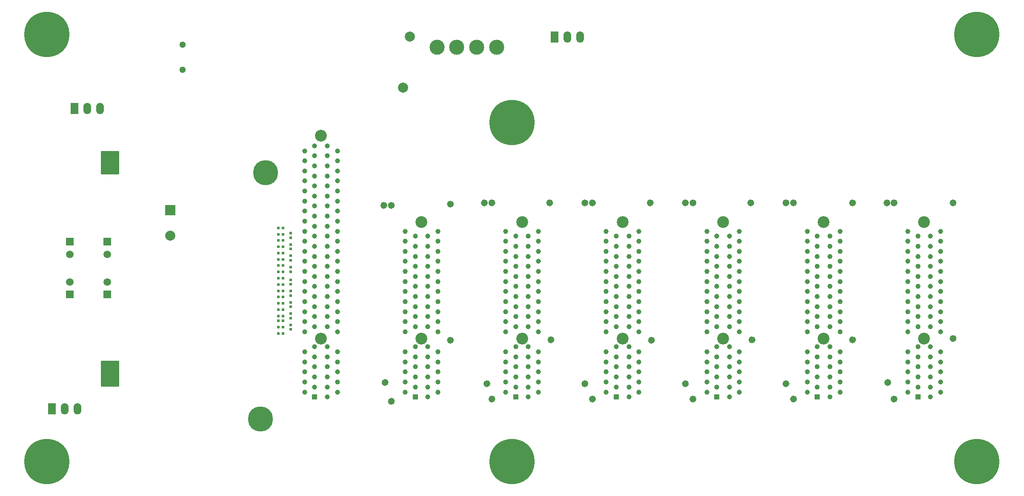
<source format=gbs>
G04 #@! TF.FileFunction,Soldermask,Bot*
%FSLAX46Y46*%
G04 Gerber Fmt 4.6, Leading zero omitted, Abs format (unit mm)*
G04 Created by KiCad (PCBNEW (2015-02-20 BZR 5435)-product) date Mon 23 Feb 2015 11:51:58 AM EST*
%MOMM*%
G01*
G04 APERTURE LIST*
%ADD10C,0.100000*%
%ADD11C,0.700000*%
%ADD12C,2.350000*%
%ADD13C,1.000000*%
%ADD14R,1.000000X1.000000*%
%ADD15C,3.000000*%
%ADD16C,2.000000*%
%ADD17C,9.000000*%
%ADD18R,0.600000X0.600000*%
%ADD19R,1.998980X1.998980*%
%ADD20C,1.998980*%
%ADD21R,1.524000X2.286000*%
%ADD22O,1.524000X2.286000*%
%ADD23R,1.500000X1.500000*%
%ADD24C,1.500000*%
%ADD25C,1.300000*%
%ADD26C,5.000000*%
%ADD27C,0.300000*%
G04 APERTURE END LIST*
D10*
D11*
X113103553Y-123350000D02*
G75*
G03X113103553Y-123350000I-353553J0D01*
G01*
X133103553Y-123250000D02*
G75*
G03X133103553Y-123250000I-353553J0D01*
G01*
X153103553Y-123350000D02*
G75*
G03X153103553Y-123350000I-353553J0D01*
G01*
X173103553Y-123250000D02*
G75*
G03X173103553Y-123250000I-353553J0D01*
G01*
X213103553Y-123000000D02*
G75*
G03X213103553Y-123000000I-353553J0D01*
G01*
X193103553Y-123250000D02*
G75*
G03X193103553Y-123250000I-353553J0D01*
G01*
X199953553Y-96000000D02*
G75*
G03X199953553Y-96000000I-353553J0D01*
G01*
X193103553Y-96000000D02*
G75*
G03X193103553Y-96000000I-353553J0D01*
G01*
X201353553Y-96000000D02*
G75*
G03X201353553Y-96000000I-353553J0D01*
G01*
X213103553Y-96000000D02*
G75*
G03X213103553Y-96000000I-353553J0D01*
G01*
X181353553Y-96000000D02*
G75*
G03X181353553Y-96000000I-353553J0D01*
G01*
X179853553Y-96000000D02*
G75*
G03X179853553Y-96000000I-353553J0D01*
G01*
X139853553Y-132000000D02*
G75*
G03X139853553Y-132000000I-353553J0D01*
G01*
X120353553Y-132000000D02*
G75*
G03X120353553Y-132000000I-353553J0D01*
G01*
X100103553Y-131750000D02*
G75*
G03X100103553Y-131750000I-353553J0D01*
G01*
X121353553Y-135050000D02*
G75*
G03X121353553Y-135050000I-353553J0D01*
G01*
X179853553Y-132000000D02*
G75*
G03X179853553Y-132000000I-353553J0D01*
G01*
X181353553Y-135050000D02*
G75*
G03X181353553Y-135050000I-353553J0D01*
G01*
X161353553Y-135050000D02*
G75*
G03X161353553Y-135050000I-353553J0D01*
G01*
X101353553Y-135500000D02*
G75*
G03X101353553Y-135500000I-353553J0D01*
G01*
X200103553Y-131750000D02*
G75*
G03X200103553Y-131750000I-353553J0D01*
G01*
X201353553Y-135050000D02*
G75*
G03X201353553Y-135050000I-353553J0D01*
G01*
X101353553Y-96500000D02*
G75*
G03X101353553Y-96500000I-353553J0D01*
G01*
X99853553Y-96500000D02*
G75*
G03X99853553Y-96500000I-353553J0D01*
G01*
X159853553Y-132000000D02*
G75*
G03X159853553Y-132000000I-353553J0D01*
G01*
X141353553Y-135050000D02*
G75*
G03X141353553Y-135050000I-353553J0D01*
G01*
X172853553Y-96000000D02*
G75*
G03X172853553Y-96000000I-353553J0D01*
G01*
X161353553Y-96000000D02*
G75*
G03X161353553Y-96000000I-353553J0D01*
G01*
X139853553Y-96000000D02*
G75*
G03X139853553Y-96000000I-353553J0D01*
G01*
X141353553Y-96000000D02*
G75*
G03X141353553Y-96000000I-353553J0D01*
G01*
X159853553Y-96000000D02*
G75*
G03X159853553Y-96000000I-353553J0D01*
G01*
X152853553Y-96000000D02*
G75*
G03X152853553Y-96000000I-353553J0D01*
G01*
X121353553Y-96000000D02*
G75*
G03X121353553Y-96000000I-353553J0D01*
G01*
X132853553Y-96000000D02*
G75*
G03X132853553Y-96000000I-353553J0D01*
G01*
X119853553Y-96000000D02*
G75*
G03X119853553Y-96000000I-353553J0D01*
G01*
X113103553Y-96250000D02*
G75*
G03X113103553Y-96250000I-353553J0D01*
G01*
D12*
X87000000Y-123000000D03*
D13*
X88250000Y-134650000D03*
X90250000Y-133650000D03*
X88250000Y-132650000D03*
X90250000Y-131650000D03*
X88250000Y-130650000D03*
X90250000Y-129650000D03*
X88250000Y-128650000D03*
X90250000Y-127650000D03*
X88250000Y-126650000D03*
X90250000Y-125650000D03*
X88250000Y-124650000D03*
D14*
X85750000Y-134650000D03*
D13*
X83750000Y-133650000D03*
X85750000Y-132650000D03*
X83750000Y-131650000D03*
X85750000Y-130650000D03*
X83750000Y-129650000D03*
X85750000Y-128650000D03*
X83750000Y-127650000D03*
X85750000Y-126650000D03*
X83750000Y-125650000D03*
X85750000Y-124650000D03*
X90250000Y-121650000D03*
X88250000Y-120650000D03*
X90250000Y-119650000D03*
X88250000Y-118650000D03*
X90250000Y-117650000D03*
X88250000Y-116650000D03*
X90250000Y-115650000D03*
X88250000Y-114650000D03*
X90250000Y-113650000D03*
X88250000Y-112650000D03*
X90250000Y-111650000D03*
X88250000Y-110650000D03*
X90250000Y-109650000D03*
X88250000Y-108650000D03*
X90250000Y-107650000D03*
X88250000Y-106650000D03*
X90250000Y-105650000D03*
X88250000Y-104650000D03*
X90250000Y-103650000D03*
X88250000Y-102650000D03*
X90250000Y-101650000D03*
X88250000Y-100650000D03*
X90250000Y-99650000D03*
X88250000Y-98650000D03*
X90250000Y-97650000D03*
X88250000Y-96650000D03*
X90250000Y-95650000D03*
X88250000Y-94650000D03*
X90250000Y-93650000D03*
X88250000Y-92650000D03*
X90250000Y-91650000D03*
X88250000Y-90650000D03*
X90250000Y-89650000D03*
X88250000Y-88650000D03*
X90250000Y-87650000D03*
X88250000Y-86650000D03*
X90250000Y-85650000D03*
X88250000Y-84650000D03*
X83750000Y-121650000D03*
X85750000Y-120650000D03*
X83750000Y-119650000D03*
X85750000Y-118650000D03*
X83750000Y-117650000D03*
X85750000Y-116650000D03*
X83750000Y-115650000D03*
X85750000Y-114650000D03*
X83750000Y-113650000D03*
X85750000Y-112650000D03*
X83750000Y-111650000D03*
X85750000Y-110650000D03*
X83750000Y-109650000D03*
X85750000Y-108650000D03*
X83750000Y-107650000D03*
X85750000Y-106650000D03*
X83750000Y-105650000D03*
X85750000Y-104650000D03*
X83750000Y-103650000D03*
X85750000Y-102650000D03*
X83750000Y-101650000D03*
X85750000Y-100650000D03*
X83750000Y-99650000D03*
X85750000Y-98650000D03*
X83750000Y-97650000D03*
X85750000Y-96650000D03*
X83750000Y-95650000D03*
X85750000Y-94650000D03*
X83750000Y-93650000D03*
X85750000Y-92650000D03*
X83750000Y-91650000D03*
X85750000Y-90650000D03*
X83750000Y-89650000D03*
X85750000Y-88650000D03*
X83750000Y-87650000D03*
X85750000Y-86650000D03*
X83750000Y-85650000D03*
X85750000Y-84650000D03*
D12*
X87000000Y-82670000D03*
D15*
X121940000Y-65000000D03*
X117980000Y-65000000D03*
X114020000Y-65000000D03*
X110060000Y-65000000D03*
D12*
X167000000Y-123000000D03*
D13*
X168250000Y-134650000D03*
X170250000Y-133650000D03*
X168250000Y-132650000D03*
X170250000Y-131650000D03*
X168250000Y-130650000D03*
X170250000Y-129650000D03*
X168250000Y-128650000D03*
X170250000Y-127650000D03*
X168250000Y-126650000D03*
X170250000Y-125650000D03*
X168250000Y-124650000D03*
D14*
X165750000Y-134650000D03*
D13*
X163750000Y-133650000D03*
X165750000Y-132650000D03*
X163750000Y-131650000D03*
X165750000Y-130650000D03*
X163750000Y-129650000D03*
X165750000Y-128650000D03*
X163750000Y-127650000D03*
X165750000Y-126650000D03*
X163750000Y-125650000D03*
X165750000Y-124650000D03*
X170250000Y-121650000D03*
X168250000Y-120650000D03*
X170250000Y-119650000D03*
X168250000Y-118650000D03*
X170250000Y-117650000D03*
X168250000Y-116650000D03*
X170250000Y-115650000D03*
X168250000Y-114650000D03*
X170250000Y-113650000D03*
X168250000Y-112650000D03*
X170250000Y-111650000D03*
X168250000Y-110650000D03*
X170250000Y-109650000D03*
X168250000Y-108650000D03*
X170250000Y-107650000D03*
X168250000Y-106650000D03*
X170250000Y-105650000D03*
X168250000Y-104650000D03*
X170250000Y-103650000D03*
X168250000Y-102650000D03*
X170250000Y-101650000D03*
X163750000Y-121650000D03*
X165750000Y-120650000D03*
X163750000Y-119650000D03*
X165750000Y-118650000D03*
X163750000Y-117650000D03*
X165750000Y-116650000D03*
X163750000Y-115650000D03*
X165750000Y-114650000D03*
X163750000Y-113650000D03*
X165750000Y-112650000D03*
X163750000Y-111650000D03*
X165750000Y-110650000D03*
X163750000Y-109650000D03*
X165750000Y-108650000D03*
X163750000Y-107650000D03*
X165750000Y-106650000D03*
X163750000Y-105650000D03*
X165750000Y-104650000D03*
X163750000Y-103650000D03*
X165750000Y-102650000D03*
X163750000Y-101650000D03*
D12*
X167000000Y-99850000D03*
X147000000Y-123000000D03*
D13*
X148250000Y-134650000D03*
X150250000Y-133650000D03*
X148250000Y-132650000D03*
X150250000Y-131650000D03*
X148250000Y-130650000D03*
X150250000Y-129650000D03*
X148250000Y-128650000D03*
X150250000Y-127650000D03*
X148250000Y-126650000D03*
X150250000Y-125650000D03*
X148250000Y-124650000D03*
D14*
X145750000Y-134650000D03*
D13*
X143750000Y-133650000D03*
X145750000Y-132650000D03*
X143750000Y-131650000D03*
X145750000Y-130650000D03*
X143750000Y-129650000D03*
X145750000Y-128650000D03*
X143750000Y-127650000D03*
X145750000Y-126650000D03*
X143750000Y-125650000D03*
X145750000Y-124650000D03*
X150250000Y-121650000D03*
X148250000Y-120650000D03*
X150250000Y-119650000D03*
X148250000Y-118650000D03*
X150250000Y-117650000D03*
X148250000Y-116650000D03*
X150250000Y-115650000D03*
X148250000Y-114650000D03*
X150250000Y-113650000D03*
X148250000Y-112650000D03*
X150250000Y-111650000D03*
X148250000Y-110650000D03*
X150250000Y-109650000D03*
X148250000Y-108650000D03*
X150250000Y-107650000D03*
X148250000Y-106650000D03*
X150250000Y-105650000D03*
X148250000Y-104650000D03*
X150250000Y-103650000D03*
X148250000Y-102650000D03*
X150250000Y-101650000D03*
X143750000Y-121650000D03*
X145750000Y-120650000D03*
X143750000Y-119650000D03*
X145750000Y-118650000D03*
X143750000Y-117650000D03*
X145750000Y-116650000D03*
X143750000Y-115650000D03*
X145750000Y-114650000D03*
X143750000Y-113650000D03*
X145750000Y-112650000D03*
X143750000Y-111650000D03*
X145750000Y-110650000D03*
X143750000Y-109650000D03*
X145750000Y-108650000D03*
X143750000Y-107650000D03*
X145750000Y-106650000D03*
X143750000Y-105650000D03*
X145750000Y-104650000D03*
X143750000Y-103650000D03*
X145750000Y-102650000D03*
X143750000Y-101650000D03*
D12*
X147000000Y-99850000D03*
D16*
X104700000Y-62900000D03*
X103300000Y-73100000D03*
D12*
X127000000Y-123000000D03*
D13*
X128250000Y-134650000D03*
X130250000Y-133650000D03*
X128250000Y-132650000D03*
X130250000Y-131650000D03*
X128250000Y-130650000D03*
X130250000Y-129650000D03*
X128250000Y-128650000D03*
X130250000Y-127650000D03*
X128250000Y-126650000D03*
X130250000Y-125650000D03*
X128250000Y-124650000D03*
D14*
X125750000Y-134650000D03*
D13*
X123750000Y-133650000D03*
X125750000Y-132650000D03*
X123750000Y-131650000D03*
X125750000Y-130650000D03*
X123750000Y-129650000D03*
X125750000Y-128650000D03*
X123750000Y-127650000D03*
X125750000Y-126650000D03*
X123750000Y-125650000D03*
X125750000Y-124650000D03*
X130250000Y-121650000D03*
X128250000Y-120650000D03*
X130250000Y-119650000D03*
X128250000Y-118650000D03*
X130250000Y-117650000D03*
X128250000Y-116650000D03*
X130250000Y-115650000D03*
X128250000Y-114650000D03*
X130250000Y-113650000D03*
X128250000Y-112650000D03*
X130250000Y-111650000D03*
X128250000Y-110650000D03*
X130250000Y-109650000D03*
X128250000Y-108650000D03*
X130250000Y-107650000D03*
X128250000Y-106650000D03*
X130250000Y-105650000D03*
X128250000Y-104650000D03*
X130250000Y-103650000D03*
X128250000Y-102650000D03*
X130250000Y-101650000D03*
X123750000Y-121650000D03*
X125750000Y-120650000D03*
X123750000Y-119650000D03*
X125750000Y-118650000D03*
X123750000Y-117650000D03*
X125750000Y-116650000D03*
X123750000Y-115650000D03*
X125750000Y-114650000D03*
X123750000Y-113650000D03*
X125750000Y-112650000D03*
X123750000Y-111650000D03*
X125750000Y-110650000D03*
X123750000Y-109650000D03*
X125750000Y-108650000D03*
X123750000Y-107650000D03*
X125750000Y-106650000D03*
X123750000Y-105650000D03*
X125750000Y-104650000D03*
X123750000Y-103650000D03*
X125750000Y-102650000D03*
X123750000Y-101650000D03*
D12*
X127000000Y-99850000D03*
X187000000Y-123000000D03*
D13*
X188250000Y-134650000D03*
X190250000Y-133650000D03*
X188250000Y-132650000D03*
X190250000Y-131650000D03*
X188250000Y-130650000D03*
X190250000Y-129650000D03*
X188250000Y-128650000D03*
X190250000Y-127650000D03*
X188250000Y-126650000D03*
X190250000Y-125650000D03*
X188250000Y-124650000D03*
D14*
X185750000Y-134650000D03*
D13*
X183750000Y-133650000D03*
X185750000Y-132650000D03*
X183750000Y-131650000D03*
X185750000Y-130650000D03*
X183750000Y-129650000D03*
X185750000Y-128650000D03*
X183750000Y-127650000D03*
X185750000Y-126650000D03*
X183750000Y-125650000D03*
X185750000Y-124650000D03*
X190250000Y-121650000D03*
X188250000Y-120650000D03*
X190250000Y-119650000D03*
X188250000Y-118650000D03*
X190250000Y-117650000D03*
X188250000Y-116650000D03*
X190250000Y-115650000D03*
X188250000Y-114650000D03*
X190250000Y-113650000D03*
X188250000Y-112650000D03*
X190250000Y-111650000D03*
X188250000Y-110650000D03*
X190250000Y-109650000D03*
X188250000Y-108650000D03*
X190250000Y-107650000D03*
X188250000Y-106650000D03*
X190250000Y-105650000D03*
X188250000Y-104650000D03*
X190250000Y-103650000D03*
X188250000Y-102650000D03*
X190250000Y-101650000D03*
X183750000Y-121650000D03*
X185750000Y-120650000D03*
X183750000Y-119650000D03*
X185750000Y-118650000D03*
X183750000Y-117650000D03*
X185750000Y-116650000D03*
X183750000Y-115650000D03*
X185750000Y-114650000D03*
X183750000Y-113650000D03*
X185750000Y-112650000D03*
X183750000Y-111650000D03*
X185750000Y-110650000D03*
X183750000Y-109650000D03*
X185750000Y-108650000D03*
X183750000Y-107650000D03*
X185750000Y-106650000D03*
X183750000Y-105650000D03*
X185750000Y-104650000D03*
X183750000Y-103650000D03*
X185750000Y-102650000D03*
X183750000Y-101650000D03*
D12*
X187000000Y-99850000D03*
X207000000Y-123000000D03*
D13*
X208250000Y-134650000D03*
X210250000Y-133650000D03*
X208250000Y-132650000D03*
X210250000Y-131650000D03*
X208250000Y-130650000D03*
X210250000Y-129650000D03*
X208250000Y-128650000D03*
X210250000Y-127650000D03*
X208250000Y-126650000D03*
X210250000Y-125650000D03*
X208250000Y-124650000D03*
D14*
X205750000Y-134650000D03*
D13*
X203750000Y-133650000D03*
X205750000Y-132650000D03*
X203750000Y-131650000D03*
X205750000Y-130650000D03*
X203750000Y-129650000D03*
X205750000Y-128650000D03*
X203750000Y-127650000D03*
X205750000Y-126650000D03*
X203750000Y-125650000D03*
X205750000Y-124650000D03*
X210250000Y-121650000D03*
X208250000Y-120650000D03*
X210250000Y-119650000D03*
X208250000Y-118650000D03*
X210250000Y-117650000D03*
X208250000Y-116650000D03*
X210250000Y-115650000D03*
X208250000Y-114650000D03*
X210250000Y-113650000D03*
X208250000Y-112650000D03*
X210250000Y-111650000D03*
X208250000Y-110650000D03*
X210250000Y-109650000D03*
X208250000Y-108650000D03*
X210250000Y-107650000D03*
X208250000Y-106650000D03*
X210250000Y-105650000D03*
X208250000Y-104650000D03*
X210250000Y-103650000D03*
X208250000Y-102650000D03*
X210250000Y-101650000D03*
X203750000Y-121650000D03*
X205750000Y-120650000D03*
X203750000Y-119650000D03*
X205750000Y-118650000D03*
X203750000Y-117650000D03*
X205750000Y-116650000D03*
X203750000Y-115650000D03*
X205750000Y-114650000D03*
X203750000Y-113650000D03*
X205750000Y-112650000D03*
X203750000Y-111650000D03*
X205750000Y-110650000D03*
X203750000Y-109650000D03*
X205750000Y-108650000D03*
X203750000Y-107650000D03*
X205750000Y-106650000D03*
X203750000Y-105650000D03*
X205750000Y-104650000D03*
X203750000Y-103650000D03*
X205750000Y-102650000D03*
X203750000Y-101650000D03*
D12*
X207000000Y-99850000D03*
X107000000Y-123000000D03*
D13*
X108250000Y-134650000D03*
X110250000Y-133650000D03*
X108250000Y-132650000D03*
X110250000Y-131650000D03*
X108250000Y-130650000D03*
X110250000Y-129650000D03*
X108250000Y-128650000D03*
X110250000Y-127650000D03*
X108250000Y-126650000D03*
X110250000Y-125650000D03*
X108250000Y-124650000D03*
D14*
X105750000Y-134650000D03*
D13*
X103750000Y-133650000D03*
X105750000Y-132650000D03*
X103750000Y-131650000D03*
X105750000Y-130650000D03*
X103750000Y-129650000D03*
X105750000Y-128650000D03*
X103750000Y-127650000D03*
X105750000Y-126650000D03*
X103750000Y-125650000D03*
X105750000Y-124650000D03*
X110250000Y-121650000D03*
X108250000Y-120650000D03*
X110250000Y-119650000D03*
X108250000Y-118650000D03*
X110250000Y-117650000D03*
X108250000Y-116650000D03*
X110250000Y-115650000D03*
X108250000Y-114650000D03*
X110250000Y-113650000D03*
X108250000Y-112650000D03*
X110250000Y-111650000D03*
X108250000Y-110650000D03*
X110250000Y-109650000D03*
X108250000Y-108650000D03*
X110250000Y-107650000D03*
X108250000Y-106650000D03*
X110250000Y-105650000D03*
X108250000Y-104650000D03*
X110250000Y-103650000D03*
X108250000Y-102650000D03*
X110250000Y-101650000D03*
X103750000Y-121650000D03*
X105750000Y-120650000D03*
X103750000Y-119650000D03*
X105750000Y-118650000D03*
X103750000Y-117650000D03*
X105750000Y-116650000D03*
X103750000Y-115650000D03*
X105750000Y-114650000D03*
X103750000Y-113650000D03*
X105750000Y-112650000D03*
X103750000Y-111650000D03*
X105750000Y-110650000D03*
X103750000Y-109650000D03*
X105750000Y-108650000D03*
X103750000Y-107650000D03*
X105750000Y-106650000D03*
X103750000Y-105650000D03*
X105750000Y-104650000D03*
X103750000Y-103650000D03*
X105750000Y-102650000D03*
X103750000Y-101650000D03*
D12*
X107000000Y-99850000D03*
D17*
X32500000Y-147500000D03*
D13*
X35500000Y-147500000D03*
X34000000Y-150100000D03*
X31000000Y-150100000D03*
X29500000Y-147500000D03*
X31000000Y-144900000D03*
X34000000Y-144900000D03*
D17*
X217500000Y-147500000D03*
D13*
X220500000Y-147500000D03*
X219000000Y-150100000D03*
X216000000Y-150100000D03*
X214500000Y-147500000D03*
X216000000Y-144900000D03*
X219000000Y-144900000D03*
D17*
X32500000Y-62500000D03*
D13*
X35500000Y-62500000D03*
X34000000Y-65100000D03*
X31000000Y-65100000D03*
X29500000Y-62500000D03*
X31000000Y-59900000D03*
X34000000Y-59900000D03*
D17*
X217500000Y-62500000D03*
D13*
X220500000Y-62500000D03*
X219000000Y-65100000D03*
X216000000Y-65100000D03*
X214500000Y-62500000D03*
X216000000Y-59900000D03*
X219000000Y-59900000D03*
D18*
X78550000Y-118500000D03*
X79450000Y-118500000D03*
X81000000Y-118050000D03*
X81000000Y-118950000D03*
X79450000Y-119500000D03*
X78550000Y-119500000D03*
X78550000Y-116000000D03*
X79450000Y-116000000D03*
X81000000Y-115800000D03*
X81000000Y-116700000D03*
X79450000Y-117250000D03*
X78550000Y-117250000D03*
X78550000Y-113500000D03*
X79450000Y-113500000D03*
X81000000Y-113550000D03*
X81000000Y-114450000D03*
X79450000Y-114750000D03*
X78550000Y-114750000D03*
X78550000Y-111000000D03*
X79450000Y-111000000D03*
X81000000Y-111300000D03*
X81000000Y-112200000D03*
X79450000Y-112250000D03*
X78550000Y-112250000D03*
X78550000Y-108500000D03*
X79450000Y-108500000D03*
X81000000Y-108800000D03*
X81000000Y-109700000D03*
X79450000Y-109750000D03*
X78550000Y-109750000D03*
X78550000Y-106000000D03*
X79450000Y-106000000D03*
X81000000Y-106550000D03*
X81000000Y-107450000D03*
X79450000Y-107250000D03*
X78550000Y-107250000D03*
X78550000Y-103500000D03*
X79450000Y-103500000D03*
X81000000Y-104300000D03*
X81000000Y-105200000D03*
X79450000Y-104750000D03*
X78550000Y-104750000D03*
X78550000Y-101000000D03*
X79450000Y-101000000D03*
X81000000Y-102050000D03*
X81000000Y-102950000D03*
X79450000Y-102250000D03*
X78550000Y-102250000D03*
X78550000Y-120750000D03*
X79450000Y-120750000D03*
X81000000Y-120300000D03*
X81000000Y-121200000D03*
X79450000Y-122000000D03*
X78550000Y-122000000D03*
D19*
X57000000Y-97460000D03*
D20*
X57000000Y-102540000D03*
D21*
X33460000Y-137000000D03*
D22*
X36000000Y-137000000D03*
X38540000Y-137000000D03*
D21*
X37960000Y-77250000D03*
D22*
X40500000Y-77250000D03*
X43040000Y-77250000D03*
D23*
X37000000Y-114249680D03*
D24*
X37000000Y-111750320D03*
D23*
X37000000Y-103750320D03*
D24*
X37000000Y-106249680D03*
D23*
X44500000Y-103750320D03*
D24*
X44500000Y-106249680D03*
D23*
X44500000Y-114249680D03*
D24*
X44500000Y-111750320D03*
D17*
X125000000Y-80000000D03*
D13*
X128000000Y-80000000D03*
X126500000Y-82600000D03*
X123500000Y-82600000D03*
X122000000Y-80000000D03*
X123500000Y-77400000D03*
X126500000Y-77400000D03*
D17*
X125000000Y-147500000D03*
D13*
X128000000Y-147500000D03*
X126500000Y-150100000D03*
X123500000Y-150100000D03*
X122000000Y-147500000D03*
X123500000Y-144900000D03*
X126500000Y-144900000D03*
D25*
X59500000Y-64500000D03*
X59500000Y-69500000D03*
D26*
X76000000Y-90000000D03*
X75000000Y-139000000D03*
D21*
X133460000Y-63000000D03*
D22*
X136000000Y-63000000D03*
X138540000Y-63000000D03*
D27*
G36*
X46650000Y-90150000D02*
X43350000Y-90150000D01*
X43350000Y-85850000D01*
X46650000Y-85850000D01*
X46650000Y-90150000D01*
X46650000Y-90150000D01*
G37*
X46650000Y-90150000D02*
X43350000Y-90150000D01*
X43350000Y-85850000D01*
X46650000Y-85850000D01*
X46650000Y-90150000D01*
G36*
X46650000Y-132400000D02*
X43350000Y-132400000D01*
X43350000Y-127600000D01*
X46650000Y-127600000D01*
X46650000Y-132400000D01*
X46650000Y-132400000D01*
G37*
X46650000Y-132400000D02*
X43350000Y-132400000D01*
X43350000Y-127600000D01*
X46650000Y-127600000D01*
X46650000Y-132400000D01*
M02*

</source>
